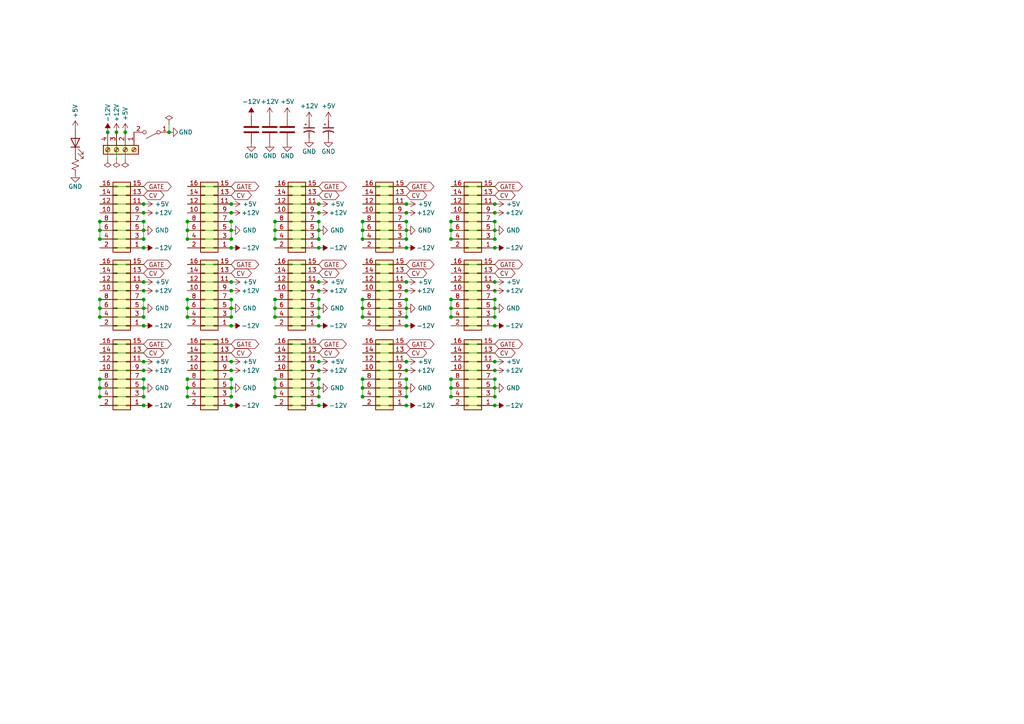
<source format=kicad_sch>
(kicad_sch (version 20211123) (generator eeschema)
  (paper "A4")
  (lib_symbols
    (symbol "Connector:Screw_Terminal_01x04" (pin_names (offset 1.016) hide)
      (property "Reference" "J" (at 0 5.08 0))
      (property "Value" "Screw_Terminal_01x04" (at 0 -7.62 0))
      (symbol "Screw_Terminal_01x04_1_1"
        (rectangle (start -1.27 3.81) (end 1.27 -6.35) (stroke (width 0.254)) (fill (type background)))
        (circle (center 0 -5.08) (radius 0.635) (stroke (width 0.1524)))
        (circle (center 0 -2.54) (radius 0.635) (stroke (width 0.1524)))
        (polyline (pts (xy -0.5334 -4.7498) (xy 0.3302 -5.588)) (stroke (width 0.1524)))
        (polyline (pts (xy -0.5334 -2.2098) (xy 0.3302 -3.048)) (stroke (width 0.1524)))
        (polyline (pts (xy -0.5334 0.3302) (xy 0.3302 -0.508)) (stroke (width 0.1524)))
        (polyline (pts (xy -0.5334 2.8702) (xy 0.3302 2.032)) (stroke (width 0.1524)))
        (polyline (pts (xy -0.3556 -4.572) (xy 0.508 -5.4102)) (stroke (width 0.1524)))
        (polyline (pts (xy -0.3556 -2.032) (xy 0.508 -2.8702)) (stroke (width 0.1524)))
        (polyline (pts (xy -0.3556 0.508) (xy 0.508 -0.3302)) (stroke (width 0.1524)))
        (polyline (pts (xy -0.3556 3.048) (xy 0.508 2.2098)) (stroke (width 0.1524)))
        (circle (center 0 0) (radius 0.635) (stroke (width 0.1524)))
        (circle (center 0 2.54) (radius 0.635) (stroke (width 0.1524)))
        (pin passive line (at -5.08 2.54 0) (length 3.81) (name "Pin_1") (number "1"))
        (pin passive line (at -5.08 0 0) (length 3.81) (name "Pin_2") (number "2"))
        (pin passive line (at -5.08 -2.54 0) (length 3.81) (name "Pin_3") (number "3"))
        (pin passive line (at -5.08 -5.08 0) (length 3.81) (name "Pin_4") (number "4"))
      )
    )
    (symbol "Connector_Generic:Conn_02x08_Odd_Even" (pin_names (offset 1.016) hide)
      (property "Reference" "J" (at 1.27 10.16 0))
      (property "Value" "Conn_02x08_Odd_Even" (at 1.27 -12.7 0))
      (symbol "Conn_02x08_Odd_Even_1_1"
        (rectangle (start -1.27 -10.033) (end 0 -10.287) (stroke (width 0.1524)))
        (rectangle (start -1.27 -7.493) (end 0 -7.747) (stroke (width 0.1524)))
        (rectangle (start -1.27 -4.953) (end 0 -5.207) (stroke (width 0.1524)))
        (rectangle (start -1.27 -2.413) (end 0 -2.667) (stroke (width 0.1524)))
        (rectangle (start -1.27 0.127) (end 0 -0.127) (stroke (width 0.1524)))
        (rectangle (start -1.27 2.667) (end 0 2.413) (stroke (width 0.1524)))
        (rectangle (start -1.27 5.207) (end 0 4.953) (stroke (width 0.1524)))
        (rectangle (start -1.27 7.747) (end 0 7.493) (stroke (width 0.1524)))
        (rectangle (start -1.27 8.89) (end 3.81 -11.43) (stroke (width 0.254)) (fill (type background)))
        (rectangle (start 3.81 -10.033) (end 2.54 -10.287) (stroke (width 0.1524)))
        (rectangle (start 3.81 -7.493) (end 2.54 -7.747) (stroke (width 0.1524)))
        (rectangle (start 3.81 -4.953) (end 2.54 -5.207) (stroke (width 0.1524)))
        (rectangle (start 3.81 -2.413) (end 2.54 -2.667) (stroke (width 0.1524)))
        (rectangle (start 3.81 0.127) (end 2.54 -0.127) (stroke (width 0.1524)))
        (rectangle (start 3.81 2.667) (end 2.54 2.413) (stroke (width 0.1524)))
        (rectangle (start 3.81 5.207) (end 2.54 4.953) (stroke (width 0.1524)))
        (rectangle (start 3.81 7.747) (end 2.54 7.493) (stroke (width 0.1524)))
        (pin passive line (at -5.08 7.62 0) (length 3.81) (name "Pin_1") (number "1"))
        (pin passive line (at 7.62 -2.54 180) (length 3.81) (name "Pin_10") (number "10"))
        (pin passive line (at -5.08 -5.08 0) (length 3.81) (name "Pin_11") (number "11"))
        (pin passive line (at 7.62 -5.08 180) (length 3.81) (name "Pin_12") (number "12"))
        (pin passive line (at -5.08 -7.62 0) (length 3.81) (name "Pin_13") (number "13"))
        (pin passive line (at 7.62 -7.62 180) (length 3.81) (name "Pin_14") (number "14"))
        (pin passive line (at -5.08 -10.16 0) (length 3.81) (name "Pin_15") (number "15"))
        (pin passive line (at 7.62 -10.16 180) (length 3.81) (name "Pin_16") (number "16"))
        (pin passive line (at 7.62 7.62 180) (length 3.81) (name "Pin_2") (number "2"))
        (pin passive line (at -5.08 5.08 0) (length 3.81) (name "Pin_3") (number "3"))
        (pin passive line (at 7.62 5.08 180) (length 3.81) (name "Pin_4") (number "4"))
        (pin passive line (at -5.08 2.54 0) (length 3.81) (name "Pin_5") (number "5"))
        (pin passive line (at 7.62 2.54 180) (length 3.81) (name "Pin_6") (number "6"))
        (pin passive line (at -5.08 0 0) (length 3.81) (name "Pin_7") (number "7"))
        (pin passive line (at 7.62 0 180) (length 3.81) (name "Pin_8") (number "8"))
        (pin passive line (at -5.08 -2.54 0) (length 3.81) (name "Pin_9") (number "9"))
      )
    )
    (symbol "Device:C" (pin_numbers hide) (pin_names (offset 0.254))
      (property "Reference" "C" (at 0.635 2.54 0))
      (property "Value" "C" (at 0.635 -2.54 0))
      (symbol "C_0_1"
        (polyline (pts (xy -2.032 -0.762) (xy 2.032 -0.762)) (stroke (width 0.508)))
        (polyline (pts (xy -2.032 0.762) (xy 2.032 0.762)) (stroke (width 0.508)))
      )
      (symbol "C_1_1"
        (pin passive line (at 0 3.81 270) (length 2.794) (name "~") (number "1"))
        (pin passive line (at 0 -3.81 90) (length 2.794) (name "~") (number "2"))
      )
    )
    (symbol "Device:C_Polarized_Small_US" (pin_numbers hide) (pin_names (offset 0.254) hide)
      (property "Reference" "C" (at 0.254 1.778 0))
      (property "Value" "C_Polarized_Small_US" (at 0.254 -2.032 0))
      (symbol "C_Polarized_Small_US_0_1"
        (polyline (pts (xy -1.524 0.508) (xy 1.524 0.508)) (stroke (width 0.3048)))
        (polyline (pts (xy -1.27 1.524) (xy -0.762 1.524)))
        (polyline (pts (xy -1.016 1.27) (xy -1.016 1.778)))
        (arc (start 1.524 -0.762) (mid 0 -0.3734) (end -1.524 -0.762) (stroke (width 0.3048)))
      )
      (symbol "C_Polarized_Small_US_1_1"
        (pin passive line (at 0 2.54 270) (length 2.032) (name "~") (number "1"))
        (pin passive line (at 0 -2.54 90) (length 2.032) (name "~") (number "2"))
      )
    )
    (symbol "Device:LED" (pin_numbers hide) (pin_names (offset 1.016) hide)
      (property "Reference" "D" (at 0 2.54 0))
      (property "Value" "LED" (at 0 -2.54 0))
      (symbol "LED_0_1"
        (polyline (pts (xy -1.27 -1.27) (xy -1.27 1.27)) (stroke (width 0.254)))
        (polyline (pts (xy -1.27 0) (xy 1.27 0)))
        (polyline (pts (xy 1.27 -1.27) (xy 1.27 1.27) (xy -1.27 0) (xy 1.27 -1.27)) (stroke (width 0.254)))
        (polyline (pts (xy -3.048 -0.762) (xy -4.572 -2.286) (xy -3.81 -2.286) (xy -4.572 -2.286) (xy -4.572 -1.524)))
        (polyline (pts (xy -1.778 -0.762) (xy -3.302 -2.286) (xy -2.54 -2.286) (xy -3.302 -2.286) (xy -3.302 -1.524)))
      )
      (symbol "LED_1_1"
        (pin passive line (at -3.81 0 0) (length 2.54) (name "K") (number "1"))
        (pin passive line (at 3.81 0 180) (length 2.54) (name "A") (number "2"))
      )
    )
    (symbol "Device:R_Small_US" (pin_numbers hide) (pin_names (offset 0.254) hide)
      (property "Reference" "R" (at 0.762 0.508 0))
      (property "Value" "R_Small_US" (at 0.762 -1.016 0))
      (symbol "R_Small_US_1_1"
        (polyline (pts (xy 0 0) (xy 1.016 -0.381) (xy 0 -0.762) (xy -1.016 -1.143) (xy 0 -1.524)))
        (polyline (pts (xy 0 1.524) (xy 1.016 1.143) (xy 0 0.762) (xy -1.016 0.381) (xy 0 0)))
        (pin passive line (at 0 2.54 270) (length 1.016) (name "~") (number "1"))
        (pin passive line (at 0 -2.54 90) (length 1.016) (name "~") (number "2"))
      )
    )
    (symbol "Switch:SW_SPST" (pin_names (offset 0) hide)
      (property "Reference" "SW" (at 0 3.175 0))
      (property "Value" "SW_SPST" (at 0 -2.54 0))
      (symbol "SW_SPST_0_0"
        (circle (center -2.032 0) (radius 0.508))
        (polyline (pts (xy -1.524 0.254) (xy 1.524 1.778)))
        (circle (center 2.032 0) (radius 0.508))
      )
      (symbol "SW_SPST_1_1"
        (pin passive line (at -5.08 0 0) (length 2.54) (name "A") (number "1"))
        (pin passive line (at 5.08 0 180) (length 2.54) (name "B") (number "2"))
      )
    )
    (symbol "power:+12V" (power) (pin_names (offset 0))
      (property "Value" "+12V" (at 0 3.556 0))
      (symbol "+12V_0_1"
        (polyline (pts (xy -0.762 1.27) (xy 0 2.54)))
        (polyline (pts (xy 0 0) (xy 0 2.54)))
        (polyline (pts (xy 0 2.54) (xy 0.762 1.27)))
      )
      (symbol "+12V_1_1"
        (pin power_in line (at 0 0 90) (length 0) hide (name "+12V") (number "1"))
      )
    )
    (symbol "power:+5V" (power) (pin_names (offset 0))
      (property "Value" "+5V" (at 0 3.556 0))
      (symbol "+5V_0_1"
        (polyline (pts (xy -0.762 1.27) (xy 0 2.54)))
        (polyline (pts (xy 0 0) (xy 0 2.54)))
        (polyline (pts (xy 0 2.54) (xy 0.762 1.27)))
      )
      (symbol "+5V_1_1"
        (pin power_in line (at 0 0 90) (length 0) hide (name "+5V") (number "1"))
      )
    )
    (symbol "power:-12V" (power) (pin_names (offset 0))
      (property "Value" "-12V" (at 0 3.81 0))
      (symbol "-12V_0_0"
        (pin power_in line (at 0 0 90) (length 0) hide (name "-12V") (number "1"))
      )
      (symbol "-12V_0_1"
        (polyline (pts (xy 0 0) (xy 0 1.27) (xy 0.762 1.27) (xy 0 2.54) (xy -0.762 1.27) (xy 0 1.27)) (fill (type outline)))
      )
    )
    (symbol "power:GND" (power) (pin_names (offset 0))
      (property "Value" "GND" (at 0 -3.81 0))
      (symbol "GND_0_1"
        (polyline (pts (xy 0 0) (xy 0 -1.27) (xy 1.27 -1.27) (xy 0 -2.54) (xy -1.27 -1.27) (xy 0 -1.27)))
      )
      (symbol "GND_1_1"
        (pin power_in line (at 0 0 270) (length 0) hide (name "GND") (number "1"))
      )
    )
    (symbol "power:PWR_FLAG" (power) (pin_numbers hide) (pin_names (offset 0) hide)
      (property "Value" "PWR_FLAG" (at 0 3.81 0))
      (symbol "PWR_FLAG_0_0"
        (pin power_out line (at 0 0 90) (length 0) (name "pwr") (number "1"))
      )
      (symbol "PWR_FLAG_0_1"
        (polyline (pts (xy 0 0) (xy 0 1.27) (xy -1.016 1.905) (xy 0 2.54) (xy 1.016 1.905) (xy 0 1.27)))
      )
    )
  )
  (junction (at 117.856 117.602))
  (junction (at 117.856 94.488))
  (junction (at 28.956 69.342))
  (junction (at 117.856 81.788))
  (junction (at 143.51 115.062))
  (junction (at 28.956 64.262))
  (junction (at 54.356 115.062))
  (junction (at 92.456 104.902))
  (junction (at 143.51 117.602))
  (junction (at 41.656 115.062))
  (junction (at 143.51 112.522))
  (junction (at 49.022 38.354))
  (junction (at 54.356 91.948))
  (junction (at 41.656 117.602))
  (junction (at 130.81 64.262))
  (junction (at 92.456 115.062))
  (junction (at 92.456 117.602))
  (junction (at 41.656 94.488))
  (junction (at 92.456 89.408))
  (junction (at 92.456 91.948))
  (junction (at 79.756 115.062))
  (junction (at 54.356 66.802))
  (junction (at 130.81 109.982))
  (junction (at 143.51 71.882))
  (junction (at 105.156 69.342))
  (junction (at 143.51 104.902))
  (junction (at 117.856 64.262))
  (junction (at 143.51 59.182))
  (junction (at 92.456 81.788))
  (junction (at 79.756 69.342))
  (junction (at 41.656 61.722))
  (junction (at 143.51 91.948))
  (junction (at 54.356 89.408))
  (junction (at 143.51 94.488))
  (junction (at 79.756 109.982))
  (junction (at 143.51 69.342))
  (junction (at 143.51 66.802))
  (junction (at 105.156 91.948))
  (junction (at 41.656 66.802))
  (junction (at 67.056 104.902))
  (junction (at 79.756 86.868))
  (junction (at 130.81 69.342))
  (junction (at 54.356 86.868))
  (junction (at 143.51 61.722))
  (junction (at 92.456 109.982))
  (junction (at 143.51 89.408))
  (junction (at 41.656 64.262))
  (junction (at 41.656 86.868))
  (junction (at 92.456 59.182))
  (junction (at 67.056 109.982))
  (junction (at 41.656 81.788))
  (junction (at 33.782 38.354))
  (junction (at 67.056 89.408))
  (junction (at 92.456 66.802))
  (junction (at 117.856 86.868))
  (junction (at 67.056 86.868))
  (junction (at 105.156 89.408))
  (junction (at 79.756 64.262))
  (junction (at 105.156 112.522))
  (junction (at 92.456 94.488))
  (junction (at 143.51 109.982))
  (junction (at 105.156 115.062))
  (junction (at 28.956 112.522))
  (junction (at 54.356 109.982))
  (junction (at 41.656 112.522))
  (junction (at 92.456 64.262))
  (junction (at 117.856 59.182))
  (junction (at 117.856 61.722))
  (junction (at 143.51 64.262))
  (junction (at 130.81 66.802))
  (junction (at 92.456 86.868))
  (junction (at 31.242 38.354))
  (junction (at 117.856 109.982))
  (junction (at 105.156 66.802))
  (junction (at 105.156 86.868))
  (junction (at 79.756 66.802))
  (junction (at 67.056 61.722))
  (junction (at 41.656 59.182))
  (junction (at 130.81 86.868))
  (junction (at 79.756 89.408))
  (junction (at 54.356 64.262))
  (junction (at 54.356 112.522))
  (junction (at 41.656 107.442))
  (junction (at 130.81 112.522))
  (junction (at 28.956 91.948))
  (junction (at 67.056 91.948))
  (junction (at 41.656 109.982))
  (junction (at 130.81 115.062))
  (junction (at 36.322 38.354))
  (junction (at 41.656 69.342))
  (junction (at 143.51 107.442))
  (junction (at 67.056 81.788))
  (junction (at 79.756 112.522))
  (junction (at 143.51 81.788))
  (junction (at 28.956 89.408))
  (junction (at 41.656 71.882))
  (junction (at 92.456 107.442))
  (junction (at 117.856 69.342))
  (junction (at 67.056 84.328))
  (junction (at 117.856 112.522))
  (junction (at 67.056 71.882))
  (junction (at 143.51 86.868))
  (junction (at 28.956 109.982))
  (junction (at 117.856 107.442))
  (junction (at 130.81 89.408))
  (junction (at 105.156 64.262))
  (junction (at 117.856 91.948))
  (junction (at 67.056 112.522))
  (junction (at 117.856 104.902))
  (junction (at 41.656 104.902))
  (junction (at 92.456 112.522))
  (junction (at 130.81 91.948))
  (junction (at 67.056 115.062))
  (junction (at 105.156 109.982))
  (junction (at 67.056 66.802))
  (junction (at 41.656 91.948))
  (junction (at 28.956 66.802))
  (junction (at 28.956 115.062))
  (junction (at 54.356 69.342))
  (junction (at 92.456 84.328))
  (junction (at 67.056 69.342))
  (junction (at 41.656 84.328))
  (junction (at 67.056 94.488))
  (junction (at 79.756 91.948))
  (junction (at 92.456 69.342))
  (junction (at 117.856 115.062))
  (junction (at 67.056 117.602))
  (junction (at 28.956 86.868))
  (junction (at 92.456 61.722))
  (junction (at 92.456 71.882))
  (junction (at 41.656 89.408))
  (junction (at 117.856 89.408))
  (junction (at 117.856 71.882))
  (junction (at 67.056 64.262))
  (junction (at 143.51 84.328))
  (junction (at 67.056 59.182))
  (junction (at 67.056 107.442))
  (junction (at 117.856 66.802))
  (junction (at 117.856 84.328))
  (wire (pts (xy 117.856 91.948) (xy 117.856 89.408)))
  (wire (pts (xy 54.356 66.802) (xy 54.356 64.262)))
  (wire (pts (xy 79.756 54.102) (xy 92.456 54.102)))
  (wire (pts (xy 79.756 112.522) (xy 79.756 109.982)))
  (wire (pts (xy 54.356 91.948) (xy 67.056 91.948)))
  (wire (pts (xy 105.156 112.522) (xy 117.856 112.522)))
  (wire (pts (xy 28.956 54.102) (xy 41.656 54.102)))
  (wire (pts (xy 54.356 66.802) (xy 67.056 66.802)))
  (wire (pts (xy 28.956 112.522) (xy 41.656 112.522)))
  (wire (pts (xy 79.756 59.182) (xy 92.456 59.182)))
  (wire (pts (xy 130.81 94.488) (xy 143.51 94.488)))
  (wire (pts (xy 79.756 56.642) (xy 92.456 56.642)))
  (wire (pts (xy 28.956 115.062) (xy 28.956 112.522)))
  (wire (pts (xy 130.81 104.902) (xy 143.51 104.902)))
  (wire (pts (xy 143.51 69.342) (xy 143.51 66.802)))
  (wire (pts (xy 79.756 69.342) (xy 79.756 66.802)))
  (wire (pts (xy 79.756 66.802) (xy 92.456 66.802)))
  (wire (pts (xy 105.156 102.362) (xy 117.856 102.362)))
  (wire (pts (xy 92.456 91.948) (xy 92.456 89.408)))
  (wire (pts (xy 54.356 115.062) (xy 54.356 112.522)))
  (wire (pts (xy 117.856 89.408) (xy 117.856 86.868)))
  (wire (pts (xy 105.156 99.822) (xy 117.856 99.822)))
  (wire (pts (xy 28.956 79.248) (xy 41.656 79.248)))
  (wire (pts (xy 54.356 76.708) (xy 67.056 76.708)))
  (wire (pts (xy 105.156 107.442) (xy 117.856 107.442)))
  (wire (pts (xy 54.356 69.342) (xy 67.056 69.342)))
  (wire (pts (xy 105.156 109.982) (xy 117.856 109.982)))
  (wire (pts (xy 130.81 89.408) (xy 143.51 89.408)))
  (wire (pts (xy 105.156 115.062) (xy 105.156 112.522)))
  (wire (pts (xy 79.756 86.868) (xy 92.456 86.868)))
  (wire (pts (xy 92.456 115.062) (xy 92.456 112.522)))
  (wire (pts (xy 79.756 89.408) (xy 79.756 86.868)))
  (wire (pts (xy 28.956 86.868) (xy 41.656 86.868)))
  (wire (pts (xy 105.156 79.248) (xy 117.856 79.248)))
  (wire (pts (xy 79.756 99.822) (xy 92.456 99.822)))
  (wire (pts (xy 67.056 115.062) (xy 67.056 112.522)))
  (wire (pts (xy 79.756 115.062) (xy 92.456 115.062)))
  (wire (pts (xy 79.756 91.948) (xy 92.456 91.948)))
  (wire (pts (xy 105.156 86.868) (xy 117.856 86.868)))
  (wire (pts (xy 54.356 81.788) (xy 67.056 81.788)))
  (wire (pts (xy 130.81 61.722) (xy 143.51 61.722)))
  (wire (pts (xy 92.456 89.408) (xy 92.456 86.868)))
  (wire (pts (xy 79.756 115.062) (xy 79.756 112.522)))
  (wire (pts (xy 79.756 76.708) (xy 92.456 76.708)))
  (wire (pts (xy 41.656 91.948) (xy 41.656 89.408)))
  (wire (pts (xy 28.956 89.408) (xy 41.656 89.408)))
  (wire (pts (xy 105.156 66.802) (xy 117.856 66.802)))
  (wire (pts (xy 79.756 71.882) (xy 92.456 71.882)))
  (wire (pts (xy 105.156 89.408) (xy 117.856 89.408)))
  (wire (pts (xy 79.756 61.722) (xy 92.456 61.722)))
  (wire (pts (xy 54.356 102.362) (xy 67.056 102.362)))
  (wire (pts (xy 130.81 54.102) (xy 143.51 54.102)))
  (wire (pts (xy 117.856 69.342) (xy 117.856 66.802)))
  (wire (pts (xy 130.81 91.948) (xy 130.81 89.408)))
  (wire (pts (xy 33.782 38.354) (xy 33.782 45.974)))
  (wire (pts (xy 130.81 112.522) (xy 143.51 112.522)))
  (wire (pts (xy 28.956 76.708) (xy 41.656 76.708)))
  (wire (pts (xy 105.156 54.102) (xy 117.856 54.102)))
  (wire (pts (xy 130.81 99.822) (xy 143.51 99.822)))
  (wire (pts (xy 130.81 66.802) (xy 130.81 64.262)))
  (wire (pts (xy 130.81 86.868) (xy 143.51 86.868)))
  (wire (pts (xy 79.756 117.602) (xy 92.456 117.602)))
  (wire (pts (xy 130.81 76.708) (xy 143.51 76.708)))
  (wire (pts (xy 79.756 94.488) (xy 92.456 94.488)))
  (wire (pts (xy 54.356 117.602) (xy 67.056 117.602)))
  (wire (pts (xy 54.356 89.408) (xy 54.356 86.868)))
  (wire (pts (xy 117.856 112.522) (xy 117.856 109.982)))
  (wire (pts (xy 54.356 59.182) (xy 67.056 59.182)))
  (wire (pts (xy 130.81 64.262) (xy 143.51 64.262)))
  (wire (pts (xy 54.356 99.822) (xy 67.056 99.822)))
  (wire (pts (xy 79.756 91.948) (xy 79.756 89.408)))
  (wire (pts (xy 54.356 71.882) (xy 67.056 71.882)))
  (wire (pts (xy 105.156 59.182) (xy 117.856 59.182)))
  (wire (pts (xy 54.356 104.902) (xy 67.056 104.902)))
  (wire (pts (xy 41.656 89.408) (xy 41.656 86.868)))
  (wire (pts (xy 28.956 81.788) (xy 41.656 81.788)))
  (wire (pts (xy 28.956 89.408) (xy 28.956 86.868)))
  (wire (pts (xy 54.356 112.522) (xy 54.356 109.982)))
  (wire (pts (xy 130.81 79.248) (xy 143.51 79.248)))
  (wire (pts (xy 54.356 94.488) (xy 67.056 94.488)))
  (wire (pts (xy 36.322 38.354) (xy 36.322 45.974)))
  (wire (pts (xy 41.656 115.062) (xy 41.656 112.522)))
  (wire (pts (xy 54.356 61.722) (xy 67.056 61.722)))
  (wire (pts (xy 79.756 89.408) (xy 92.456 89.408)))
  (wire (pts (xy 28.956 91.948) (xy 41.656 91.948)))
  (wire (pts (xy 105.156 56.642) (xy 117.856 56.642)))
  (wire (pts (xy 28.956 56.642) (xy 41.656 56.642)))
  (wire (pts (xy 130.81 102.362) (xy 143.51 102.362)))
  (wire (pts (xy 105.156 64.262) (xy 117.856 64.262)))
  (wire (pts (xy 79.756 104.902) (xy 92.456 104.902)))
  (wire (pts (xy 79.756 69.342) (xy 92.456 69.342)))
  (wire (pts (xy 54.356 56.642) (xy 67.056 56.642)))
  (wire (pts (xy 28.956 84.328) (xy 41.656 84.328)))
  (wire (pts (xy 54.356 64.262) (xy 67.056 64.262)))
  (wire (pts (xy 67.056 66.802) (xy 67.056 64.262)))
  (wire (pts (xy 130.81 59.182) (xy 143.51 59.182)))
  (wire (pts (xy 130.81 89.408) (xy 130.81 86.868)))
  (wire (pts (xy 143.51 115.062) (xy 143.51 112.522)))
  (wire (pts (xy 105.156 91.948) (xy 117.856 91.948)))
  (wire (pts (xy 117.856 115.062) (xy 117.856 112.522)))
  (wire (pts (xy 130.81 112.522) (xy 130.81 109.982)))
  (wire (pts (xy 54.356 107.442) (xy 67.056 107.442)))
  (wire (pts (xy 28.956 99.822) (xy 41.656 99.822)))
  (wire (pts (xy 105.156 66.802) (xy 105.156 64.262)))
  (wire (pts (xy 130.81 117.602) (xy 143.51 117.602)))
  (wire (pts (xy 54.356 69.342) (xy 54.356 66.802)))
  (wire (pts (xy 28.956 59.182) (xy 41.656 59.182)))
  (wire (pts (xy 143.51 89.408) (xy 143.51 86.868)))
  (wire (pts (xy 130.81 109.982) (xy 143.51 109.982)))
  (wire (pts (xy 105.156 69.342) (xy 117.856 69.342)))
  (wire (pts (xy 79.756 66.802) (xy 79.756 64.262)))
  (wire (pts (xy 143.51 66.802) (xy 143.51 64.262)))
  (wire (pts (xy 67.056 69.342) (xy 67.056 66.802)))
  (wire (pts (xy 105.156 84.328) (xy 117.856 84.328)))
  (wire (pts (xy 130.81 81.788) (xy 143.51 81.788)))
  (wire (pts (xy 54.356 79.248) (xy 67.056 79.248)))
  (wire (pts (xy 28.956 71.882) (xy 41.656 71.882)))
  (wire (pts (xy 49.022 38.354) (xy 49.022 36.068)))
  (wire (pts (xy 105.156 69.342) (xy 105.156 66.802)))
  (wire (pts (xy 117.856 66.802) (xy 117.856 64.262)))
  (wire (pts (xy 28.956 66.802) (xy 28.956 64.262)))
  (wire (pts (xy 79.756 102.362) (xy 92.456 102.362)))
  (wire (pts (xy 79.756 112.522) (xy 92.456 112.522)))
  (wire (pts (xy 54.356 112.522) (xy 67.056 112.522)))
  (wire (pts (xy 41.656 69.342) (xy 41.656 66.802)))
  (wire (pts (xy 28.956 117.602) (xy 41.656 117.602)))
  (wire (pts (xy 105.156 117.602) (xy 117.856 117.602)))
  (wire (pts (xy 79.756 79.248) (xy 92.456 79.248)))
  (wire (pts (xy 143.51 112.522) (xy 143.51 109.982)))
  (wire (pts (xy 105.156 115.062) (xy 117.856 115.062)))
  (wire (pts (xy 105.156 76.708) (xy 117.856 76.708)))
  (wire (pts (xy 105.156 61.722) (xy 117.856 61.722)))
  (wire (pts (xy 67.056 112.522) (xy 67.056 109.982)))
  (wire (pts (xy 105.156 91.948) (xy 105.156 89.408)))
  (wire (pts (xy 28.956 115.062) (xy 41.656 115.062)))
  (wire (pts (xy 105.156 112.522) (xy 105.156 109.982)))
  (wire (pts (xy 92.456 69.342) (xy 92.456 66.802)))
  (wire (pts (xy 105.156 89.408) (xy 105.156 86.868)))
  (wire (pts (xy 130.81 66.802) (xy 143.51 66.802)))
  (wire (pts (xy 54.356 115.062) (xy 67.056 115.062)))
  (wire (pts (xy 28.956 102.362) (xy 41.656 102.362)))
  (wire (pts (xy 130.81 84.328) (xy 143.51 84.328)))
  (wire (pts (xy 28.956 91.948) (xy 28.956 89.408)))
  (wire (pts (xy 54.356 84.328) (xy 67.056 84.328)))
  (wire (pts (xy 28.956 61.722) (xy 41.656 61.722)))
  (wire (pts (xy 130.81 115.062) (xy 130.81 112.522)))
  (wire (pts (xy 130.81 115.062) (xy 143.51 115.062)))
  (wire (pts (xy 54.356 86.868) (xy 67.056 86.868)))
  (wire (pts (xy 41.656 112.522) (xy 41.656 109.982)))
  (wire (pts (xy 54.356 54.102) (xy 67.056 54.102)))
  (wire (pts (xy 28.956 66.802) (xy 41.656 66.802)))
  (wire (pts (xy 79.756 109.982) (xy 92.456 109.982)))
  (wire (pts (xy 28.956 104.902) (xy 41.656 104.902)))
  (wire (pts (xy 130.81 107.442) (xy 143.51 107.442)))
  (wire (pts (xy 105.156 81.788) (xy 117.856 81.788)))
  (wire (pts (xy 28.956 69.342) (xy 28.956 66.802)))
  (wire (pts (xy 31.242 38.354) (xy 31.242 45.974)))
  (wire (pts (xy 130.81 56.642) (xy 143.51 56.642)))
  (wire (pts (xy 28.956 64.262) (xy 41.656 64.262)))
  (wire (pts (xy 28.956 109.982) (xy 41.656 109.982)))
  (wire (pts (xy 79.756 81.788) (xy 92.456 81.788)))
  (wire (pts (xy 92.456 66.802) (xy 92.456 64.262)))
  (wire (pts (xy 28.956 112.522) (xy 28.956 109.982)))
  (wire (pts (xy 130.81 69.342) (xy 143.51 69.342)))
  (wire (pts (xy 54.356 89.408) (xy 67.056 89.408)))
  (wire (pts (xy 79.756 107.442) (xy 92.456 107.442)))
  (wire (pts (xy 130.81 71.882) (xy 143.51 71.882)))
  (wire (pts (xy 28.956 69.342) (xy 41.656 69.342)))
  (wire (pts (xy 130.81 69.342) (xy 130.81 66.802)))
  (wire (pts (xy 28.956 107.442) (xy 41.656 107.442)))
  (wire (pts (xy 143.51 91.948) (xy 143.51 89.408)))
  (wire (pts (xy 41.656 66.802) (xy 41.656 64.262)))
  (wire (pts (xy 54.356 91.948) (xy 54.356 89.408)))
  (wire (pts (xy 105.156 94.488) (xy 117.856 94.488)))
  (wire (pts (xy 67.056 91.948) (xy 67.056 89.408)))
  (wire (pts (xy 105.156 104.902) (xy 117.856 104.902)))
  (wire (pts (xy 54.356 109.982) (xy 67.056 109.982)))
  (wire (pts (xy 79.756 84.328) (xy 92.456 84.328)))
  (wire (pts (xy 105.156 71.882) (xy 117.856 71.882)))
  (wire (pts (xy 67.056 89.408) (xy 67.056 86.868)))
  (wire (pts (xy 130.81 91.948) (xy 143.51 91.948)))
  (wire (pts (xy 79.756 64.262) (xy 92.456 64.262)))
  (wire (pts (xy 92.456 112.522) (xy 92.456 109.982)))
  (wire (pts (xy 28.956 94.488) (xy 41.656 94.488)))
  (global_label "GATE" (shape bidirectional) (at 143.51 76.708 0) (property "Intersheet References" "${INTERSHEET_REFS}" (effects hide)))
  (global_label "GATE" (shape bidirectional) (at 92.456 99.822 0) (property "Intersheet References" "${INTERSHEET_REFS}" (effects hide)))
  (global_label "CV" (shape bidirectional) (at 92.456 102.362 0) (property "Intersheet References" "${INTERSHEET_REFS}" (effects hide)))
  (global_label "CV" (shape bidirectional) (at 143.51 79.248 0) (property "Intersheet References" "${INTERSHEET_REFS}" (effects hide)))
  (global_label "GATE" (shape bidirectional) (at 67.056 76.708 0) (property "Intersheet References" "${INTERSHEET_REFS}" (effects hide)))
  (global_label "CV" (shape bidirectional) (at 92.456 79.248 0) (property "Intersheet References" "${INTERSHEET_REFS}" (effects hide)))
  (global_label "GATE" (shape bidirectional) (at 143.51 54.102 0) (property "Intersheet References" "${INTERSHEET_REFS}" (effects hide)))
  (global_label "CV" (shape bidirectional) (at 67.056 56.642 0) (property "Intersheet References" "${INTERSHEET_REFS}" (effects hide)))
  (global_label "CV" (shape bidirectional) (at 92.456 56.642 0) (property "Intersheet References" "${INTERSHEET_REFS}" (effects hide)))
  (global_label "CV" (shape bidirectional) (at 143.51 102.362 0) (property "Intersheet References" "${INTERSHEET_REFS}" (effects hide)))
  (global_label "CV" (shape bidirectional) (at 41.656 102.362 0) (property "Intersheet References" "${INTERSHEET_REFS}" (effects hide)))
  (global_label "GATE" (shape bidirectional) (at 92.456 76.708 0) (property "Intersheet References" "${INTERSHEET_REFS}" (effects hide)))
  (global_label "CV" (shape bidirectional) (at 41.656 79.248 0) (property "Intersheet References" "${INTERSHEET_REFS}" (effects hide)))
  (global_label "GATE" (shape bidirectional) (at 117.856 76.708 0) (property "Intersheet References" "${INTERSHEET_REFS}" (effects hide)))
  (global_label "CV" (shape bidirectional) (at 143.51 56.642 0) (property "Intersheet References" "${INTERSHEET_REFS}" (effects hide)))
  (global_label "GATE" (shape bidirectional) (at 41.656 76.708 0) (property "Intersheet References" "${INTERSHEET_REFS}" (effects hide)))
  (global_label "GATE" (shape bidirectional) (at 143.51 99.822 0) (property "Intersheet References" "${INTERSHEET_REFS}" (effects hide)))
  (global_label "CV" (shape bidirectional) (at 67.056 102.362 0) (property "Intersheet References" "${INTERSHEET_REFS}" (effects hide)))
  (global_label "CV" (shape bidirectional) (at 117.856 79.248 0) (property "Intersheet References" "${INTERSHEET_REFS}" (effects hide)))
  (global_label "GATE" (shape bidirectional) (at 117.856 54.102 0) (property "Intersheet References" "${INTERSHEET_REFS}" (effects hide)))
  (global_label "GATE" (shape bidirectional) (at 41.656 54.102 0) (property "Intersheet References" "${INTERSHEET_REFS}" (effects hide)))
  (global_label "CV" (shape bidirectional) (at 41.656 56.642 0) (property "Intersheet References" "${INTERSHEET_REFS}" (effects hide)))
  (global_label "CV" (shape bidirectional) (at 117.856 56.642 0) (property "Intersheet References" "${INTERSHEET_REFS}" (effects hide)))
  (global_label "GATE" (shape bidirectional) (at 67.056 99.822 0) (property "Intersheet References" "${INTERSHEET_REFS}" (effects hide)))
  (global_label "GATE" (shape bidirectional) (at 92.456 54.102 0) (property "Intersheet References" "${INTERSHEET_REFS}" (effects hide)))
  (global_label "GATE" (shape bidirectional) (at 67.056 54.102 0) (property "Intersheet References" "${INTERSHEET_REFS}" (effects hide)))
  (global_label "CV" (shape bidirectional) (at 67.056 79.248 0) (property "Intersheet References" "${INTERSHEET_REFS}" (effects hide)))
  (global_label "GATE" (shape bidirectional) (at 117.856 99.822 0) (property "Intersheet References" "${INTERSHEET_REFS}" (effects hide)))
  (global_label "GATE" (shape bidirectional) (at 41.656 99.822 0) (property "Intersheet References" "${INTERSHEET_REFS}" (effects hide)))
  (global_label "CV" (shape bidirectional) (at 117.856 102.362 0) (property "Intersheet References" "${INTERSHEET_REFS}" (effects hide)))
  (symbol (lib_id "power:+5V") (at 83.312 33.782 0) (unit 1)
    (property "Reference" "#PWR050" (effects hide))
    (property "Value" "+5V" (at 83.312 29.464 0))
  )
  (symbol (lib_id "power:PWR_FLAG") (at 31.242 45.974 180) (unit 1)
    (property "Reference" "#FLG0101" (effects hide))
    (property "Value" "PWR_FLAG" (effects hide))
  )
  (symbol (lib_id "power:+5V") (at 41.656 81.788 270) (unit 1)
    (property "Reference" "#PWR06" (effects hide))
    (property "Value" "+5V" (at 46.99 81.788 90))
  )
  (symbol (lib_id "power:+12V") (at 117.856 107.442 270) (unit 1)
    (property "Reference" "#PWR061" (effects hide))
    (property "Value" "+12V" (at 123.444 107.442 90))
  )
  (symbol (lib_id "power:GND") (at 78.232 41.402 0) (mirror y) (unit 1)
    (property "Reference" "#PWR049" (effects hide))
    (property "Value" "GND" (at 78.232 45.212 0))
  )
  (symbol (lib_id "Connector_Generic:Conn_02x08_Odd_Even") (at 138.43 109.982 180) (unit 1)
    (property "Reference" "J16" (effects hide))
    (property "Value" "Conn_02x20_Odd_Even" (effects hide))
    (property "Footprint" "Connector_IDC:IDC-Header_2x08_P2.54mm_Vertical" (effects hide))
    (property "Field5" "CONNECTIONS" (effects hide))
  )
  (symbol (lib_id "power:GND") (at 67.056 112.522 90) (mirror x) (unit 1)
    (property "Reference" "#PWR025" (effects hide))
    (property "Value" "GND" (at 72.39 112.522 90))
  )
  (symbol (lib_id "power:PWR_FLAG") (at 33.782 45.974 180) (unit 1)
    (property "Reference" "#FLG051" (effects hide))
    (property "Value" "PWR_FLAG" (effects hide))
  )
  (symbol (lib_id "power:GND") (at 143.51 112.522 90) (mirror x) (unit 1)
    (property "Reference" "#PWR078" (effects hide))
    (property "Value" "GND" (at 148.844 112.522 90))
  )
  (symbol (lib_id "power:+5V") (at 92.456 81.788 270) (unit 1)
    (property "Reference" "#PWR034" (effects hide))
    (property "Value" "+5V" (at 97.79 81.788 90))
  )
  (symbol (lib_id "Connector_Generic:Conn_02x08_Odd_Even") (at 112.776 86.868 180) (unit 1)
    (property "Reference" "J11" (effects hide))
    (property "Value" "Conn_02x20_Odd_Even" (effects hide))
    (property "Footprint" "Connector_IDC:IDC-Header_2x08_P2.54mm_Vertical" (effects hide))
    (property "Field5" "CONNECTIONS" (effects hide))
  )
  (symbol (lib_id "power:-12V") (at 41.656 117.602 270) (unit 1)
    (property "Reference" "#PWR013" (effects hide))
    (property "Value" "-12V" (at 47.244 117.602 90))
  )
  (symbol (lib_id "power:+12V") (at 78.232 33.782 0) (unit 1)
    (property "Reference" "#PWR048" (effects hide))
    (property "Value" "+12V" (at 78.232 29.464 0))
  )
  (symbol (lib_id "power:+12V") (at 143.51 84.328 270) (unit 1)
    (property "Reference" "#PWR073" (effects hide))
    (property "Value" "+12V" (at 149.098 84.328 90))
  )
  (symbol (lib_id "power:-12V") (at 92.456 94.488 270) (unit 1)
    (property "Reference" "#PWR037" (effects hide))
    (property "Value" "-12V" (at 98.044 94.488 90))
  )
  (symbol (lib_id "Connector_Generic:Conn_02x08_Odd_Even") (at 61.976 86.868 180) (unit 1)
    (property "Reference" "J5" (effects hide))
    (property "Value" "Conn_02x20_Odd_Even" (effects hide))
    (property "Footprint" "Connector_IDC:IDC-Header_2x08_P2.54mm_Vertical" (effects hide))
    (property "Field5" "CONNECTIONS" (effects hide))
  )
  (symbol (lib_id "power:GND") (at 72.898 41.402 0) (mirror y) (unit 1)
    (property "Reference" "#PWR047" (effects hide))
    (property "Value" "GND" (at 72.898 45.212 0))
  )
  (symbol (lib_id "power:+5V") (at 143.51 59.182 270) (unit 1)
    (property "Reference" "#PWR068" (effects hide))
    (property "Value" "+5V" (at 148.844 59.182 90))
  )
  (symbol (lib_id "Connector_Generic:Conn_02x08_Odd_Even") (at 87.376 86.868 180) (unit 1)
    (property "Reference" "J8" (effects hide))
    (property "Value" "Conn_02x20_Odd_Even" (effects hide))
    (property "Footprint" "Connector_IDC:IDC-Header_2x08_P2.54mm_Vertical" (effects hide))
    (property "Field5" "CONNECTIONS" (effects hide))
  )
  (symbol (lib_id "power:+5V") (at 143.51 81.788 270) (unit 1)
    (property "Reference" "#PWR072" (effects hide))
    (property "Value" "+5V" (at 148.844 81.788 90))
  )
  (symbol (lib_id "power:-12V") (at 67.056 94.488 270) (unit 1)
    (property "Reference" "#PWR022" (effects hide))
    (property "Value" "-12V" (at 72.644 94.488 90))
  )
  (symbol (lib_id "power:+5V") (at 21.844 37.592 0) (mirror y) (unit 1)
    (property "Reference" "#PWR?" (effects hide))
    (property "Value" "+5V" (at 21.844 32.258 90))
  )
  (symbol (lib_id "power:+12V") (at 92.456 84.328 270) (unit 1)
    (property "Reference" "#PWR035" (effects hide))
    (property "Value" "+12V" (at 98.044 84.328 90))
  )
  (symbol (lib_id "power:+5V") (at 67.056 104.902 270) (unit 1)
    (property "Reference" "#PWR023" (effects hide))
    (property "Value" "+5V" (at 72.39 104.902 90))
  )
  (symbol (lib_id "Device:C") (at 83.312 37.592 0) (unit 1)
    (property "Reference" "C5" (effects hide))
    (property "Value" "C" (effects hide))
    (property "Footprint" "Capacitor_SMD:C_0805_2012Metric" (effects hide))
  )
  (symbol (lib_id "power:-12V") (at 67.056 71.882 270) (unit 1)
    (property "Reference" "#PWR018" (effects hide))
    (property "Value" "-12V" (at 72.644 71.882 90))
  )
  (symbol (lib_id "power:-12V") (at 117.856 71.882 270) (unit 1)
    (property "Reference" "#PWR055" (effects hide))
    (property "Value" "-12V" (at 123.444 71.882 90))
  )
  (symbol (lib_id "power:PWR_FLAG") (at 49.022 36.068 0) (unit 1)
    (property "Reference" "#FLG049" (effects hide))
    (property "Value" "PWR_FLAG" (effects hide))
  )
  (symbol (lib_id "Switch:SW_SPST") (at 43.942 38.354 180) (unit 1)
    (property "Reference" "SW1" (effects hide))
    (property "Value" "SW_SPST" (effects hide))
    (property "Footprint" "Connector_PinHeader_2.54mm:PinHeader_1x02_P2.54mm_Vertical" (effects hide))
  )
  (symbol (lib_id "power:GND") (at 67.056 89.408 90) (mirror x) (unit 1)
    (property "Reference" "#PWR021" (effects hide))
    (property "Value" "GND" (at 72.39 89.408 90))
  )
  (symbol (lib_id "power:+5V") (at 117.856 59.182 270) (unit 1)
    (property "Reference" "#PWR052" (effects hide))
    (property "Value" "+5V" (at 123.19 59.182 90))
  )
  (symbol (lib_id "power:+5V") (at 92.456 104.902 270) (unit 1)
    (property "Reference" "#PWR038" (effects hide))
    (property "Value" "+5V" (at 97.79 104.902 90))
  )
  (symbol (lib_id "Connector_Generic:Conn_02x08_Odd_Even") (at 36.576 86.868 180) (unit 1)
    (property "Reference" "J2" (effects hide))
    (property "Value" "Conn_02x20_Odd_Even" (effects hide))
    (property "Footprint" "Connector_IDC:IDC-Header_2x08_P2.54mm_Vertical" (effects hide))
    (property "Field5" "CONNECTIONS" (effects hide))
  )
  (symbol (lib_id "power:+12V") (at 143.51 107.442 270) (unit 1)
    (property "Reference" "#PWR077" (effects hide))
    (property "Value" "+12V" (at 149.098 107.442 90))
  )
  (symbol (lib_id "power:GND") (at 143.51 66.802 90) (mirror x) (unit 1)
    (property "Reference" "#PWR070" (effects hide))
    (property "Value" "GND" (at 148.844 66.802 90))
  )
  (symbol (lib_id "power:+5V") (at 41.656 59.182 270) (unit 1)
    (property "Reference" "#PWR02" (effects hide))
    (property "Value" "+5V" (at 46.99 59.182 90))
  )
  (symbol (lib_id "power:+12V") (at 41.656 107.442 270) (unit 1)
    (property "Reference" "#PWR011" (effects hide))
    (property "Value" "+12V" (at 47.244 107.442 90))
  )
  (symbol (lib_id "power:+5V") (at 67.056 59.182 270) (unit 1)
    (property "Reference" "#PWR015" (effects hide))
    (property "Value" "+5V" (at 72.39 59.182 90))
  )
  (symbol (lib_id "power:-12V") (at 143.51 71.882 270) (unit 1)
    (property "Reference" "#PWR071" (effects hide))
    (property "Value" "-12V" (at 149.098 71.882 90))
  )
  (symbol (lib_id "power:GND") (at 117.856 112.522 90) (mirror x) (unit 1)
    (property "Reference" "#PWR062" (effects hide))
    (property "Value" "GND" (at 123.19 112.522 90))
  )
  (symbol (lib_id "power:+12V") (at 89.662 35.052 0) (unit 1)
    (property "Reference" "#PWR027" (effects hide))
    (property "Value" "+12V" (at 89.662 30.734 0))
  )
  (symbol (lib_id "Connector_Generic:Conn_02x08_Odd_Even") (at 138.43 86.868 180) (unit 1)
    (property "Reference" "J15" (effects hide))
    (property "Value" "Conn_02x20_Odd_Even" (effects hide))
    (property "Footprint" "Connector_IDC:IDC-Header_2x08_P2.54mm_Vertical" (effects hide))
    (property "Field5" "CONNECTIONS" (effects hide))
  )
  (symbol (lib_id "power:GND") (at 143.51 89.408 90) (mirror x) (unit 1)
    (property "Reference" "#PWR074" (effects hide))
    (property "Value" "GND" (at 148.844 89.408 90))
  )
  (symbol (lib_id "power:GND") (at 49.022 38.354 90) (mirror x) (unit 1)
    (property "Reference" "#PWR067" (effects hide))
    (property "Value" "GND" (at 53.848 38.354 90))
  )
  (symbol (lib_id "power:-12V") (at 72.898 33.782 0) (unit 1)
    (property "Reference" "#PWR046" (effects hide))
    (property "Value" "-12V" (at 72.898 29.464 0))
  )
  (symbol (lib_id "power:GND") (at 89.662 40.132 0) (mirror y) (unit 1)
    (property "Reference" "#PWR028" (effects hide))
    (property "Value" "GND" (at 89.662 43.942 0))
  )
  (symbol (lib_id "power:+5V") (at 117.856 104.902 270) (unit 1)
    (property "Reference" "#PWR060" (effects hide))
    (property "Value" "+5V" (at 123.19 104.902 90))
  )
  (symbol (lib_id "power:+12V") (at 92.456 61.722 270) (unit 1)
    (property "Reference" "#PWR031" (effects hide))
    (property "Value" "+12V" (at 98.044 61.722 90))
  )
  (symbol (lib_id "Connector_Generic:Conn_02x08_Odd_Even") (at 61.976 64.262 180) (unit 1)
    (property "Reference" "J4" (effects hide))
    (property "Value" "Conn_02x20_Odd_Even" (effects hide))
    (property "Footprint" "Connector_IDC:IDC-Header_2x08_P2.54mm_Vertical" (effects hide))
    (property "Field5" "CONNECTIONS" (effects hide))
  )
  (symbol (lib_id "Connector_Generic:Conn_02x08_Odd_Even") (at 36.576 64.262 180) (unit 1)
    (property "Reference" "J1" (effects hide))
    (property "Value" "Conn_02x20_Odd_Even" (effects hide))
    (property "Footprint" "Connector_IDC:IDC-Header_2x08_P2.54mm_Vertical" (effects hide))
    (property "Field5" "CONNECTIONS" (effects hide))
  )
  (symbol (lib_id "power:-12V") (at 92.456 71.882 270) (unit 1)
    (property "Reference" "#PWR033" (effects hide))
    (property "Value" "-12V" (at 98.044 71.882 90))
  )
  (symbol (lib_id "Device:C") (at 78.232 37.592 0) (unit 1)
    (property "Reference" "C4" (effects hide))
    (property "Value" "C" (effects hide))
    (property "Footprint" "Capacitor_SMD:C_0805_2012Metric" (effects hide))
  )
  (symbol (lib_id "power:+5V") (at 92.456 59.182 270) (unit 1)
    (property "Reference" "#PWR030" (effects hide))
    (property "Value" "+5V" (at 97.79 59.182 90))
  )
  (symbol (lib_id "power:+12V") (at 117.856 61.722 270) (unit 1)
    (property "Reference" "#PWR053" (effects hide))
    (property "Value" "+12V" (at 123.444 61.722 90))
  )
  (symbol (lib_id "Connector_Generic:Conn_02x08_Odd_Even") (at 138.43 64.262 180) (unit 1)
    (property "Reference" "J14" (effects hide))
    (property "Value" "Conn_02x20_Odd_Even" (effects hide))
    (property "Footprint" "Connector_IDC:IDC-Header_2x08_P2.54mm_Vertical" (effects hide))
    (property "Field5" "CONNECTIONS" (effects hide))
  )
  (symbol (lib_id "power:+12V") (at 143.51 61.722 270) (unit 1)
    (property "Reference" "#PWR069" (effects hide))
    (property "Value" "+12V" (at 149.098 61.722 90))
  )
  (symbol (lib_id "power:+12V") (at 41.656 61.722 270) (unit 1)
    (property "Reference" "#PWR03" (effects hide))
    (property "Value" "+12V" (at 47.244 61.722 90))
  )
  (symbol (lib_id "Device:C_Polarized_Small_US") (at 89.662 37.592 0) (unit 1)
    (property "Reference" "C2" (effects hide))
    (property "Value" "C_Polarized_Small_US" (effects hide))
    (property "Footprint" "Capacitor_SMD:CP_Elec_6.3x7.7" (effects hide))
  )
  (symbol (lib_id "power:+12V") (at 67.056 107.442 270) (unit 1)
    (property "Reference" "#PWR024" (effects hide))
    (property "Value" "+12V" (at 72.644 107.442 90))
  )
  (symbol (lib_id "power:+12V") (at 67.056 61.722 270) (unit 1)
    (property "Reference" "#PWR016" (effects hide))
    (property "Value" "+12V" (at 72.644 61.722 90))
  )
  (symbol (lib_id "power:-12V") (at 67.056 117.602 270) (unit 1)
    (property "Reference" "#PWR026" (effects hide))
    (property "Value" "-12V" (at 72.644 117.602 90))
  )
  (symbol (lib_id "power:-12V") (at 117.856 117.602 270) (unit 1)
    (property "Reference" "#PWR063" (effects hide))
    (property "Value" "-12V" (at 123.444 117.602 90))
  )
  (symbol (lib_id "power:+5V") (at 36.322 38.354 0) (mirror y) (unit 1)
    (property "Reference" "#PWR0101" (effects hide))
    (property "Value" "+5V" (at 36.322 33.02 90))
  )
  (symbol (lib_id "Connector_Generic:Conn_02x08_Odd_Even") (at 112.776 64.262 180) (unit 1)
    (property "Reference" "J10" (effects hide))
    (property "Value" "Conn_02x20_Odd_Even" (effects hide))
    (property "Footprint" "Connector_IDC:IDC-Header_2x08_P2.54mm_Vertical" (effects hide))
    (property "Field5" "CONNECTIONS" (effects hide))
  )
  (symbol (lib_id "power:GND") (at 95.25 40.132 0) (mirror y) (unit 1)
    (property "Reference" "#PWR042" (effects hide))
    (property "Value" "GND" (at 95.25 43.942 0))
  )
  (symbol (lib_id "power:-12V") (at 92.456 117.602 270) (unit 1)
    (property "Reference" "#PWR041" (effects hide))
    (property "Value" "-12V" (at 98.044 117.602 90))
  )
  (symbol (lib_id "power:+12V") (at 67.056 84.328 270) (unit 1)
    (property "Reference" "#PWR020" (effects hide))
    (property "Value" "+12V" (at 72.644 84.328 90))
  )
  (symbol (lib_id "power:-12V") (at 41.656 94.488 270) (unit 1)
    (property "Reference" "#PWR09" (effects hide))
    (property "Value" "-12V" (at 47.244 94.488 90))
  )
  (symbol (lib_id "Connector_Generic:Conn_02x08_Odd_Even") (at 36.576 109.982 180) (unit 1)
    (property "Reference" "J3" (effects hide))
    (property "Value" "Conn_02x20_Odd_Even" (effects hide))
    (property "Footprint" "Connector_IDC:IDC-Header_2x08_P2.54mm_Vertical" (effects hide))
    (property "Field5" "CONNECTIONS" (effects hide))
  )
  (symbol (lib_id "power:-12V") (at 41.656 71.882 270) (unit 1)
    (property "Reference" "#PWR05" (effects hide))
    (property "Value" "-12V" (at 47.244 71.882 90))
  )
  (symbol (lib_id "power:+12V") (at 92.456 107.442 270) (unit 1)
    (property "Reference" "#PWR039" (effects hide))
    (property "Value" "+12V" (at 98.044 107.442 90))
  )
  (symbol (lib_id "power:+5V") (at 143.51 104.902 270) (unit 1)
    (property "Reference" "#PWR076" (effects hide))
    (property "Value" "+5V" (at 148.844 104.902 90))
  )
  (symbol (lib_id "power:-12V") (at 143.51 94.488 270) (unit 1)
    (property "Reference" "#PWR075" (effects hide))
    (property "Value" "-12V" (at 149.098 94.488 90))
  )
  (symbol (lib_id "power:+5V") (at 95.25 35.052 0) (unit 1)
    (property "Reference" "#PWR029" (effects hide))
    (property "Value" "+5V" (at 95.25 30.734 0))
  )
  (symbol (lib_id "Connector_Generic:Conn_02x08_Odd_Even") (at 87.376 64.262 180) (unit 1)
    (property "Reference" "J7" (effects hide))
    (property "Value" "Conn_02x20_Odd_Even" (effects hide))
    (property "Footprint" "Connector_IDC:IDC-Header_2x08_P2.54mm_Vertical" (effects hide))
    (property "Field5" "CONNECTIONS" (effects hide))
  )
  (symbol (lib_id "power:+12V") (at 33.782 38.354 0) (unit 1)
    (property "Reference" "#PWR066" (effects hide))
    (property "Value" "+12V" (at 33.782 32.766 90))
  )
  (symbol (lib_id "Device:C") (at 72.898 37.592 0) (unit 1)
    (property "Reference" "C3" (effects hide))
    (property "Value" "C" (effects hide))
    (property "Footprint" "Capacitor_SMD:C_0805_2012Metric" (effects hide))
  )
  (symbol (lib_id "power:GND") (at 41.656 89.408 90) (mirror x) (unit 1)
    (property "Reference" "#PWR08" (effects hide))
    (property "Value" "GND" (at 46.99 89.408 90))
  )
  (symbol (lib_id "power:PWR_FLAG") (at 36.322 45.974 180) (unit 1)
    (property "Reference" "#FLG052" (effects hide))
    (property "Value" "PWR_FLAG" (effects hide))
  )
  (symbol (lib_id "power:+5V") (at 67.056 81.788 270) (unit 1)
    (property "Reference" "#PWR019" (effects hide))
    (property "Value" "+5V" (at 72.39 81.788 90))
  )
  (symbol (lib_id "Connector_Generic:Conn_02x08_Odd_Even") (at 61.976 109.982 180) (unit 1)
    (property "Reference" "J6" (effects hide))
    (property "Value" "Conn_02x20_Odd_Even" (effects hide))
    (property "Footprint" "Connector_IDC:IDC-Header_2x08_P2.54mm_Vertical" (effects hide))
    (property "Field5" "CONNECTIONS" (effects hide))
  )
  (symbol (lib_id "power:-12V") (at 31.242 38.354 0) (unit 1)
    (property "Reference" "#PWR065" (effects hide))
    (property "Value" "-12V" (at 31.242 32.766 90))
  )
  (symbol (lib_id "power:-12V") (at 117.856 94.488 270) (unit 1)
    (property "Reference" "#PWR059" (effects hide))
    (property "Value" "-12V" (at 123.444 94.488 90))
  )
  (symbol (lib_id "power:+5V") (at 41.656 104.902 270) (unit 1)
    (property "Reference" "#PWR010" (effects hide))
    (property "Value" "+5V" (at 46.99 104.902 90))
  )
  (symbol (lib_id "Connector:Screw_Terminal_01x04") (at 36.322 43.434 270) (unit 1)
    (property "Reference" "J13" (effects hide))
    (property "Value" "Screw_Terminal_01x04" (effects hide))
    (property "Footprint" "TerminalBlock_Phoenix:TerminalBlock_Phoenix_MKDS-1,5-4-5.08_1x04_P5.08mm_Horizontal" (effects hide))
  )
  (symbol (lib_id "power:-12V") (at 143.51 117.602 270) (unit 1)
    (property "Reference" "#PWR079" (effects hide))
    (property "Value" "-12V" (at 149.098 117.602 90))
  )
  (symbol (lib_id "power:GND") (at 92.456 66.802 90) (mirror x) (unit 1)
    (property "Reference" "#PWR032" (effects hide))
    (property "Value" "GND" (at 97.79 66.802 90))
  )
  (symbol (lib_id "power:GND") (at 41.656 112.522 90) (mirror x) (unit 1)
    (property "Reference" "#PWR012" (effects hide))
    (property "Value" "GND" (at 46.99 112.522 90))
  )
  (symbol (lib_id "power:GND") (at 41.656 66.802 90) (mirror x) (unit 1)
    (property "Reference" "#PWR04" (effects hide))
    (property "Value" "GND" (at 46.99 66.802 90))
  )
  (symbol (lib_id "power:GND") (at 117.856 66.802 90) (mirror x) (unit 1)
    (property "Reference" "#PWR054" (effects hide))
    (property "Value" "GND" (at 123.19 66.802 90))
  )
  (symbol (lib_id "Connector_Generic:Conn_02x08_Odd_Even") (at 87.376 109.982 180) (unit 1)
    (property "Reference" "J9" (effects hide))
    (property "Value" "Conn_02x20_Odd_Even" (effects hide))
    (property "Footprint" "Connector_IDC:IDC-Header_2x08_P2.54mm_Vertical" (effects hide))
    (property "Field5" "CONNECTIONS" (effects hide))
  )
  (symbol (lib_id "power:GND") (at 21.844 50.292 0) (mirror y) (unit 1)
    (property "Reference" "#PWR?" (effects hide))
    (property "Value" "GND" (at 21.844 54.102 0))
  )
  (symbol (lib_id "Connector_Generic:Conn_02x08_Odd_Even") (at 112.776 109.982 180) (unit 1)
    (property "Reference" "J12" (effects hide))
    (property "Value" "Conn_02x20_Odd_Even" (effects hide))
    (property "Footprint" "Connector_IDC:IDC-Header_2x08_P2.54mm_Vertical" (effects hide))
    (property "Field5" "CONNECTIONS" (effects hide))
  )
  (symbol (lib_id "power:+12V") (at 41.656 84.328 270) (unit 1)
    (property "Reference" "#PWR07" (effects hide))
    (property "Value" "+12V" (at 47.244 84.328 90))
  )
  (symbol (lib_id "power:GND") (at 117.856 89.408 90) (mirror x) (unit 1)
    (property "Reference" "#PWR058" (effects hide))
    (property "Value" "GND" (at 123.19 89.408 90))
  )
  (symbol (lib_id "power:GND") (at 67.056 66.802 90) (mirror x) (unit 1)
    (property "Reference" "#PWR017" (effects hide))
    (property "Value" "GND" (at 72.39 66.802 90))
  )
  (symbol (lib_id "power:GND") (at 83.312 41.402 0) (mirror y) (unit 1)
    (property "Reference" "#PWR051" (effects hide))
    (property "Value" "GND" (at 83.312 45.212 0))
  )
  (symbol (lib_id "Device:LED") (at 21.844 41.402 90) (unit 1)
    (property "Reference" "D?" (effects hide))
    (property "Value" "LED" (effects hide))
    (property "Footprint" "LED_SMD:LED_0805_2012Metric-Blue" (effects hide))
  )
  (symbol (lib_id "power:GND") (at 92.456 89.408 90) (mirror x) (unit 1)
    (property "Reference" "#PWR036" (effects hide))
    (property "Value" "GND" (at 97.79 89.408 90))
  )
  (symbol (lib_id "power:+5V") (at 117.856 81.788 270) (unit 1)
    (property "Reference" "#PWR056" (effects hide))
    (property "Value" "+5V" (at 123.19 81.788 90))
  )
  (symbol (lib_id "power:+12V") (at 117.856 84.328 270) (unit 1)
    (property "Reference" "#PWR057" (effects hide))
    (property "Value" "+12V" (at 123.444 84.328 90))
  )
  (symbol (lib_id "Device:C_Polarized_Small_US") (at 95.25 37.592 0) (unit 1)
    (property "Reference" "C6" (effects hide))
    (property "Value" "C_Polarized_Small_US" (effects hide))
    (property "Footprint" "Capacitor_SMD:CP_Elec_6.3x7.7" (effects hide))
  )
  (symbol (lib_id "power:GND") (at 92.456 112.522 90) (mirror x) (unit 1)
    (property "Reference" "#PWR040" (effects hide))
    (property "Value" "GND" (at 97.79 112.522 90))
  )
  (symbol (lib_id "Device:R_Small_US") (at 21.844 47.752 0) (unit 1)
    (property "Reference" "R?" (effects hide))
    (property "Value" "R_Small_US" (effects hide))
    (property "Footprint" "Resistor_SMD:R_0805_2012Metric" (effects hide))
  )
)
</source>
